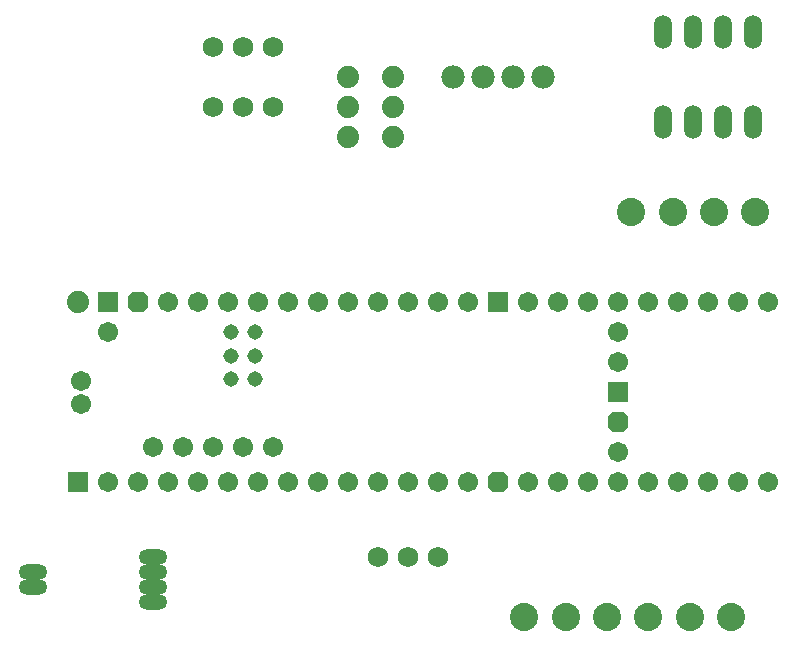
<source format=gbr>
%TF.GenerationSoftware,Altium Limited,Altium Designer,23.10.1 (27)*%
G04 Layer_Color=8388736*
%FSLAX45Y45*%
%MOMM*%
%TF.SameCoordinates,A3D56C02-583D-4B85-B251-08F9BFB6D02B*%
%TF.FilePolarity,Negative*%
%TF.FileFunction,Soldermask,Top*%
%TF.Part,Single*%
G01*
G75*
%TA.AperFunction,ComponentPad*%
%ADD22C,2.38760*%
%ADD23C,1.72720*%
%ADD24C,1.31115*%
%ADD25C,1.71120*%
%ADD26R,1.71120X1.71120*%
G04:AMPARAMS|DCode=27|XSize=1.7112mm|YSize=1.7112mm|CornerRadius=0mm|HoleSize=0mm|Usage=FLASHONLY|Rotation=90.000|XOffset=0mm|YOffset=0mm|HoleType=Round|Shape=Octagon|*
%AMOCTAGOND27*
4,1,8,0.42780,0.85560,-0.42780,0.85560,-0.85560,0.42780,-0.85560,-0.42780,-0.42780,-0.85560,0.42780,-0.85560,0.85560,-0.42780,0.85560,0.42780,0.42780,0.85560,0.0*
%
%ADD27OCTAGOND27*%

%ADD28C,1.87960*%
%ADD29R,1.71120X1.71120*%
%ADD30C,1.98120*%
%ADD31O,1.52400X2.84480*%
%ADD32O,2.41910X1.31115*%
D22*
X9335999Y2413000D02*
D03*
X7585989D02*
D03*
X7936001D02*
D03*
X8285988D02*
D03*
X8636000D02*
D03*
X8985987D02*
D03*
X8492007Y5842000D02*
D03*
X8841994D02*
D03*
X9192006D02*
D03*
X9541993D02*
D03*
D23*
X5461000Y6731000D02*
D03*
X5207000D02*
D03*
X4953000D02*
D03*
X5461000Y7239000D02*
D03*
X5207000D02*
D03*
X4953000D02*
D03*
X6858000Y2921000D02*
D03*
X6604000D02*
D03*
X6350000D02*
D03*
D24*
X5307000Y4429989D02*
D03*
Y4629988D02*
D03*
Y4829988D02*
D03*
X5107000Y4429989D02*
D03*
Y4629988D02*
D03*
Y4829988D02*
D03*
D25*
X3833012Y4218000D02*
D03*
Y4418000D02*
D03*
X7620000Y3556000D02*
D03*
X5461000Y3855999D02*
D03*
X5207000D02*
D03*
X4953000D02*
D03*
X4699000D02*
D03*
X4445000D02*
D03*
X9652000Y5080000D02*
D03*
X9398000D02*
D03*
X9144000D02*
D03*
X8890000D02*
D03*
X8636000D02*
D03*
X8382000D02*
D03*
X8128000D02*
D03*
X7874000D02*
D03*
X7620000D02*
D03*
X9652000Y3556000D02*
D03*
X9398000D02*
D03*
X9144000D02*
D03*
X8890000D02*
D03*
X8636000D02*
D03*
X8382000D02*
D03*
X8128000D02*
D03*
X7874000D02*
D03*
X4572000Y5080000D02*
D03*
X4826000D02*
D03*
X5080000D02*
D03*
X5334000D02*
D03*
X5588000D02*
D03*
X5842000D02*
D03*
X6096000D02*
D03*
X6350000D02*
D03*
X6604000D02*
D03*
X6858000D02*
D03*
X4064000Y4826000D02*
D03*
X6858000Y3556000D02*
D03*
X6604000D02*
D03*
X6350000D02*
D03*
X6096000D02*
D03*
X5842000D02*
D03*
X5588000D02*
D03*
X5334000D02*
D03*
X5080000D02*
D03*
X4826000D02*
D03*
X4572000D02*
D03*
X4318000D02*
D03*
X4064000D02*
D03*
X7112000D02*
D03*
Y5080000D02*
D03*
X8382000Y4826000D02*
D03*
Y4572000D02*
D03*
Y3810000D02*
D03*
D26*
X7366000Y5080000D02*
D03*
X8382000Y4318000D02*
D03*
X3810000Y3556000D02*
D03*
D27*
X7366000D02*
D03*
X8382000Y4064000D02*
D03*
X4318000Y5080000D02*
D03*
D28*
X3810000D02*
D03*
X6096000Y6477000D02*
D03*
Y6731000D02*
D03*
Y6985000D02*
D03*
X6477000Y6477000D02*
D03*
Y6731000D02*
D03*
Y6985000D02*
D03*
D29*
X4064000Y5080000D02*
D03*
D30*
X7747000Y6985000D02*
D03*
X7493000D02*
D03*
X7239000D02*
D03*
X6985000D02*
D03*
D31*
X9525000Y7366000D02*
D03*
X9271000D02*
D03*
X9525000Y6604000D02*
D03*
X9271000D02*
D03*
X8763000Y7366000D02*
D03*
X9017000D02*
D03*
Y6604000D02*
D03*
X8763000D02*
D03*
D32*
X4445000Y2921000D02*
D03*
Y2794000D02*
D03*
Y2667000D02*
D03*
Y2540000D02*
D03*
X3429000Y2794000D02*
D03*
Y2667000D02*
D03*
%TF.MD5,0c6ace86531a67c453c49a78a74a3883*%
M02*

</source>
